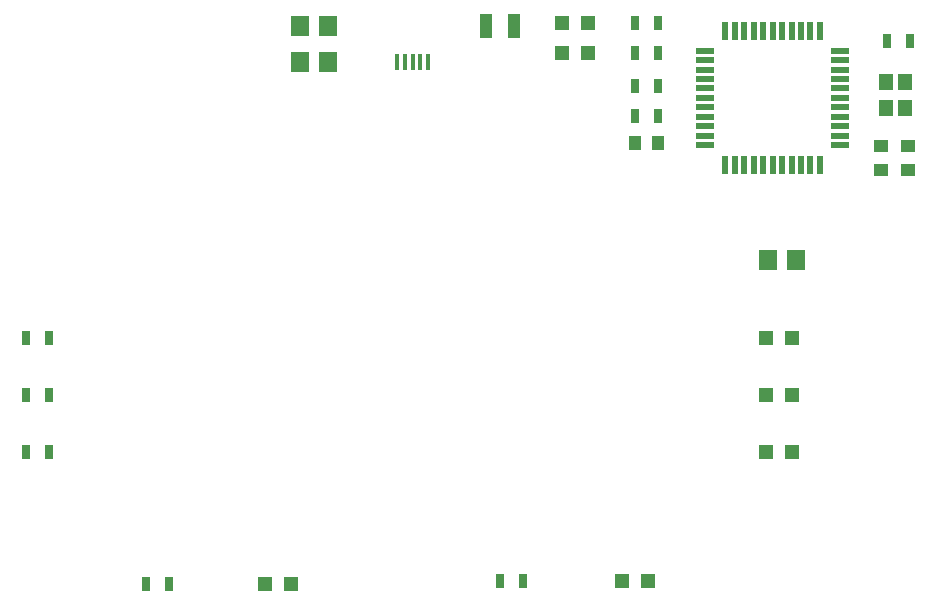
<source format=gbr>
G04 #@! TF.FileFunction,Paste,Bot*
%FSLAX46Y46*%
G04 Gerber Fmt 4.6, Leading zero omitted, Abs format (unit mm)*
G04 Created by KiCad (PCBNEW 4.0.4-stable) date Saturday, 28 October 2017 'AMt' 09:45:45*
%MOMM*%
%LPD*%
G01*
G04 APERTURE LIST*
%ADD10C,0.100000*%
%ADD11R,1.500000X0.550000*%
%ADD12R,0.550000X1.500000*%
%ADD13R,0.400000X1.350000*%
%ADD14R,1.140000X2.030000*%
%ADD15R,1.200000X1.400000*%
%ADD16R,1.200000X1.200000*%
%ADD17R,0.700000X1.300000*%
%ADD18R,1.250000X1.000000*%
%ADD19R,1.000000X1.250000*%
%ADD20R,1.550000X1.800000*%
G04 APERTURE END LIST*
D10*
D11*
X186832000Y-84010000D03*
X186832000Y-83210000D03*
X186832000Y-82410000D03*
X186832000Y-81610000D03*
X186832000Y-80810000D03*
X186832000Y-80010000D03*
X186832000Y-79210000D03*
X186832000Y-78410000D03*
X186832000Y-77610000D03*
X186832000Y-76810000D03*
X186832000Y-76010000D03*
D12*
X188532000Y-74310000D03*
X189332000Y-74310000D03*
X190132000Y-74310000D03*
X190932000Y-74310000D03*
X191732000Y-74310000D03*
X192532000Y-74310000D03*
X193332000Y-74310000D03*
X194132000Y-74310000D03*
X194932000Y-74310000D03*
X195732000Y-74310000D03*
X196532000Y-74310000D03*
D11*
X198232000Y-76010000D03*
X198232000Y-76810000D03*
X198232000Y-77610000D03*
X198232000Y-78410000D03*
X198232000Y-79210000D03*
X198232000Y-80010000D03*
X198232000Y-80810000D03*
X198232000Y-81610000D03*
X198232000Y-82410000D03*
X198232000Y-83210000D03*
X198232000Y-84010000D03*
D12*
X196532000Y-85710000D03*
X195732000Y-85710000D03*
X194932000Y-85710000D03*
X194132000Y-85710000D03*
X193332000Y-85710000D03*
X192532000Y-85710000D03*
X191732000Y-85710000D03*
X190932000Y-85710000D03*
X190132000Y-85710000D03*
X189332000Y-85710000D03*
X188532000Y-85710000D03*
D13*
X160751100Y-77000540D03*
X161401100Y-77000540D03*
X162051100Y-77000540D03*
X162701100Y-77000540D03*
X163351100Y-77000540D03*
D14*
X168218000Y-73914000D03*
X170618000Y-73914000D03*
D15*
X202146000Y-80856000D03*
X202146000Y-78656000D03*
X203746000Y-80856000D03*
X203746000Y-78656000D03*
D16*
X194140000Y-100330000D03*
X191940000Y-100330000D03*
X194140000Y-105156000D03*
X191940000Y-105156000D03*
X194140000Y-109982000D03*
X191940000Y-109982000D03*
X181948000Y-120904000D03*
X179748000Y-120904000D03*
X151722000Y-121158000D03*
X149522000Y-121158000D03*
D17*
X131252000Y-100330000D03*
X129352000Y-100330000D03*
X131252000Y-105156000D03*
X129352000Y-105156000D03*
X131252000Y-109982000D03*
X129352000Y-109982000D03*
X171384000Y-120904000D03*
X169484000Y-120904000D03*
X141412000Y-121158000D03*
X139512000Y-121158000D03*
X182814000Y-78994000D03*
X180914000Y-78994000D03*
X182814000Y-81534000D03*
X180914000Y-81534000D03*
X202250000Y-75184000D03*
X204150000Y-75184000D03*
D18*
X203962000Y-84090000D03*
X203962000Y-86090000D03*
X201676000Y-84090000D03*
X201676000Y-86090000D03*
D19*
X182864000Y-83820000D03*
X180864000Y-83820000D03*
D20*
X154845000Y-73914000D03*
X152495000Y-73914000D03*
X154845000Y-76962000D03*
X152495000Y-76962000D03*
X192119000Y-93726000D03*
X194469000Y-93726000D03*
D16*
X174668000Y-73660000D03*
X176868000Y-73660000D03*
X174668000Y-76200000D03*
X176868000Y-76200000D03*
D17*
X182814000Y-73660000D03*
X180914000Y-73660000D03*
X182814000Y-76200000D03*
X180914000Y-76200000D03*
M02*

</source>
